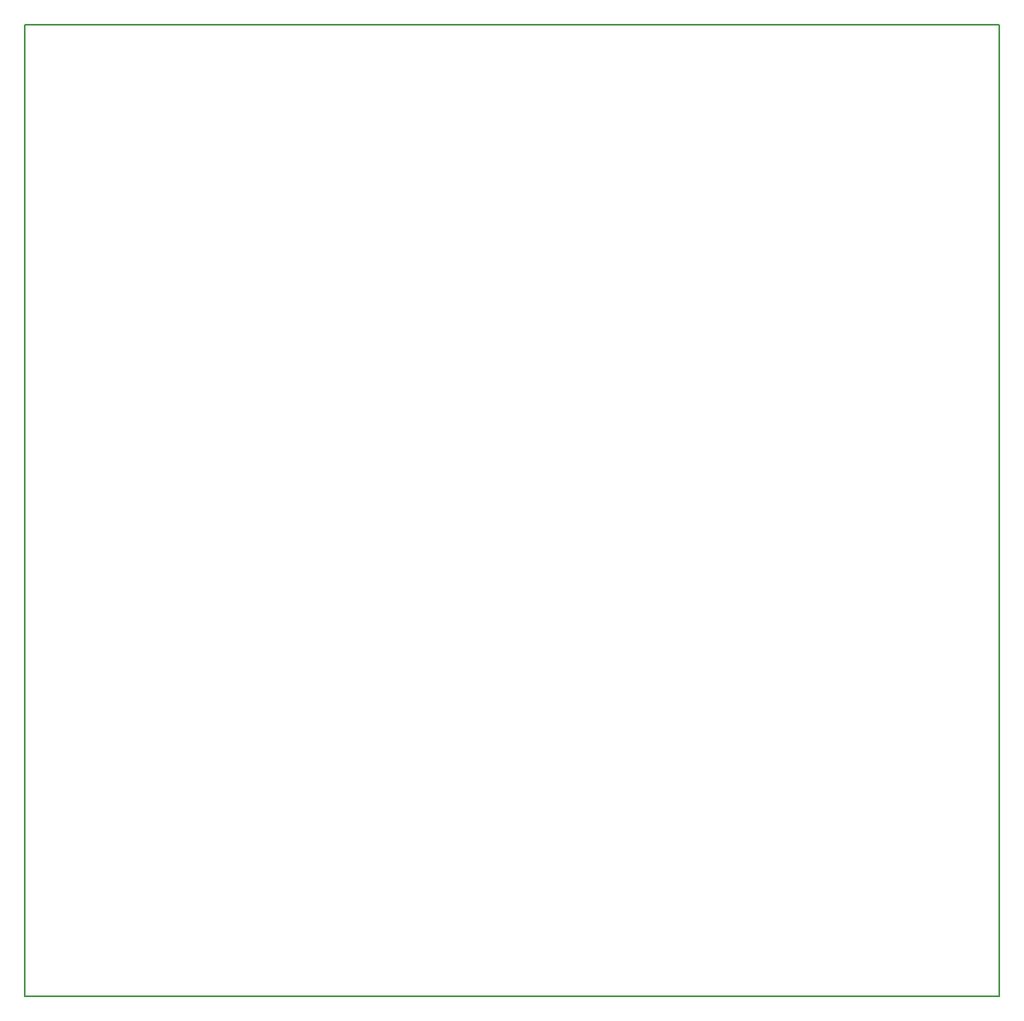
<source format=gm1>
G04 #@! TF.GenerationSoftware,KiCad,Pcbnew,7.0.7+dfsg-1*
G04 #@! TF.CreationDate,2024-05-02T13:52:24+03:00*
G04 #@! TF.ProjectId,UA4C-vC5,55413443-2d76-4433-952e-6b696361645f,C5*
G04 #@! TF.SameCoordinates,Original*
G04 #@! TF.FileFunction,Profile,NP*
%FSLAX46Y46*%
G04 Gerber Fmt 4.6, Leading zero omitted, Abs format (unit mm)*
G04 Created by KiCad (PCBNEW 7.0.7+dfsg-1) date 2024-05-02 13:52:24*
%MOMM*%
%LPD*%
G01*
G04 APERTURE LIST*
G04 #@! TA.AperFunction,Profile*
%ADD10C,0.150000*%
G04 #@! TD*
G04 APERTURE END LIST*
D10*
X190000000Y-63125000D02*
X90000000Y-63125000D01*
X90000000Y-63125000D02*
X90000000Y-162875000D01*
X190000000Y-162875000D02*
X190000000Y-63125000D01*
X90000000Y-162875000D02*
X190000000Y-162875000D01*
M02*

</source>
